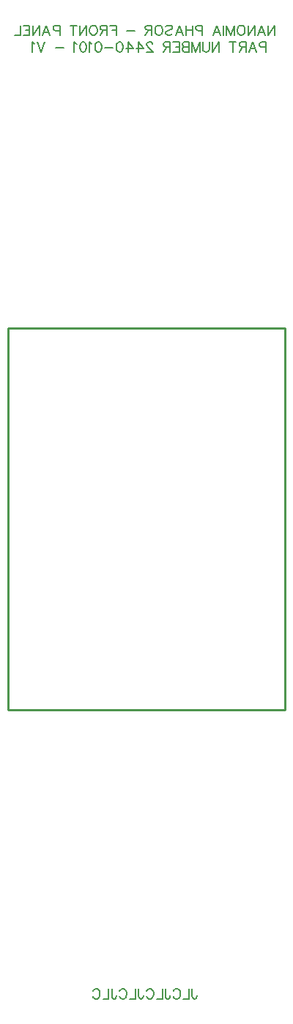
<source format=gbo>
G04 Layer: BottomSilkscreenLayer*
G04 EasyEDA v6.5.29, 2023-07-18 11:26:45*
G04 f5dd1875718348fc98e1e87d03b919b8,5a6b42c53f6a479593ecc07194224c93,10*
G04 Gerber Generator version 0.2*
G04 Scale: 100 percent, Rotated: No, Reflected: No *
G04 Dimensions in millimeters *
G04 leading zeros omitted , absolute positions ,4 integer and 5 decimal *
%FSLAX45Y45*%
%MOMM*%

%ADD10C,0.2032*%
%ADD11C,0.2540*%

%LPD*%
D10*
X2574290Y997457D02*
G01*
X2574290Y910081D01*
X2579877Y893826D01*
X2585211Y888237D01*
X2596134Y882904D01*
X2607056Y882904D01*
X2617977Y888237D01*
X2623565Y893826D01*
X2628900Y910081D01*
X2628900Y921004D01*
X2538475Y997457D02*
G01*
X2538475Y882904D01*
X2538475Y882904D02*
G01*
X2472943Y882904D01*
X2355088Y970026D02*
G01*
X2360422Y980947D01*
X2371343Y991870D01*
X2382265Y997457D01*
X2404109Y997457D01*
X2415031Y991870D01*
X2425954Y980947D01*
X2431541Y970026D01*
X2436875Y953770D01*
X2436875Y926592D01*
X2431541Y910081D01*
X2425954Y899160D01*
X2415031Y888237D01*
X2404109Y882904D01*
X2382265Y882904D01*
X2371343Y888237D01*
X2360422Y899160D01*
X2355088Y910081D01*
X2264663Y997457D02*
G01*
X2264663Y910081D01*
X2269997Y893826D01*
X2275331Y888237D01*
X2286254Y882904D01*
X2297175Y882904D01*
X2308097Y888237D01*
X2313686Y893826D01*
X2319020Y910081D01*
X2319020Y921004D01*
X2228595Y997457D02*
G01*
X2228595Y882904D01*
X2228595Y882904D02*
G01*
X2163063Y882904D01*
X2045208Y970026D02*
G01*
X2050795Y980947D01*
X2061718Y991870D01*
X2072640Y997457D01*
X2094229Y997457D01*
X2105152Y991870D01*
X2116074Y980947D01*
X2121661Y970026D01*
X2126995Y953770D01*
X2126995Y926592D01*
X2121661Y910081D01*
X2116074Y899160D01*
X2105152Y888237D01*
X2094229Y882904D01*
X2072640Y882904D01*
X2061718Y888237D01*
X2050795Y899160D01*
X2045208Y910081D01*
X1954784Y997457D02*
G01*
X1954784Y910081D01*
X1960118Y893826D01*
X1965706Y888237D01*
X1976627Y882904D01*
X1987550Y882904D01*
X1998472Y888237D01*
X2003806Y893826D01*
X2009140Y910081D01*
X2009140Y921004D01*
X1918715Y997457D02*
G01*
X1918715Y882904D01*
X1918715Y882904D02*
G01*
X1853184Y882904D01*
X1735327Y970026D02*
G01*
X1740915Y980947D01*
X1751838Y991870D01*
X1762759Y997457D01*
X1784604Y997457D01*
X1795525Y991870D01*
X1806447Y980947D01*
X1811781Y970026D01*
X1817370Y953770D01*
X1817370Y926592D01*
X1811781Y910081D01*
X1806447Y899160D01*
X1795525Y888237D01*
X1784604Y882904D01*
X1762759Y882904D01*
X1751838Y888237D01*
X1740915Y899160D01*
X1735327Y910081D01*
X1644904Y997457D02*
G01*
X1644904Y910081D01*
X1650238Y893826D01*
X1655825Y888237D01*
X1666747Y882904D01*
X1677670Y882904D01*
X1688591Y888237D01*
X1693925Y893826D01*
X1699513Y910081D01*
X1699513Y921004D01*
X1608836Y997457D02*
G01*
X1608836Y882904D01*
X1608836Y882904D02*
G01*
X1543558Y882904D01*
X1425702Y970026D02*
G01*
X1431036Y980947D01*
X1441958Y991870D01*
X1452879Y997457D01*
X1474724Y997457D01*
X1485645Y991870D01*
X1496568Y980947D01*
X1501902Y970026D01*
X1507490Y953770D01*
X1507490Y926592D01*
X1501902Y910081D01*
X1496568Y899160D01*
X1485645Y888237D01*
X1474724Y882904D01*
X1452879Y882904D01*
X1441958Y888237D01*
X1431036Y899160D01*
X1425702Y910081D01*
X3530600Y12109889D02*
G01*
X3530600Y11995345D01*
X3530600Y12109889D02*
G01*
X3454237Y11995345D01*
X3454237Y12109889D02*
G01*
X3454237Y11995345D01*
X3374600Y12109889D02*
G01*
X3418235Y11995345D01*
X3374600Y12109889D02*
G01*
X3330963Y11995345D01*
X3401872Y12033526D02*
G01*
X3347328Y12033526D01*
X3294964Y12109889D02*
G01*
X3294964Y11995345D01*
X3294964Y12109889D02*
G01*
X3218601Y11995345D01*
X3218601Y12109889D02*
G01*
X3218601Y11995345D01*
X3149874Y12109889D02*
G01*
X3160783Y12104436D01*
X3171690Y12093526D01*
X3177146Y12082617D01*
X3182599Y12066254D01*
X3182599Y12038982D01*
X3177146Y12022617D01*
X3171690Y12011708D01*
X3160783Y12000798D01*
X3149874Y11995345D01*
X3128055Y11995345D01*
X3117146Y12000798D01*
X3106237Y12011708D01*
X3100783Y12022617D01*
X3095327Y12038982D01*
X3095327Y12066254D01*
X3100783Y12082617D01*
X3106237Y12093526D01*
X3117146Y12104436D01*
X3128055Y12109889D01*
X3149874Y12109889D01*
X3059328Y12109889D02*
G01*
X3059328Y11995345D01*
X3059328Y12109889D02*
G01*
X3015691Y11995345D01*
X2972056Y12109889D02*
G01*
X3015691Y11995345D01*
X2972056Y12109889D02*
G01*
X2972056Y11995345D01*
X2936054Y12109889D02*
G01*
X2936054Y11995345D01*
X2856420Y12109889D02*
G01*
X2900055Y11995345D01*
X2856420Y12109889D02*
G01*
X2812783Y11995345D01*
X2883692Y12033526D02*
G01*
X2829145Y12033526D01*
X2692783Y12109889D02*
G01*
X2692783Y11995345D01*
X2692783Y12109889D02*
G01*
X2643692Y12109889D01*
X2627330Y12104436D01*
X2621874Y12098982D01*
X2616420Y12088073D01*
X2616420Y12071708D01*
X2621874Y12060798D01*
X2627330Y12055345D01*
X2643692Y12049889D01*
X2692783Y12049889D01*
X2580419Y12109889D02*
G01*
X2580419Y11995345D01*
X2504056Y12109889D02*
G01*
X2504056Y11995345D01*
X2580419Y12055345D02*
G01*
X2504056Y12055345D01*
X2424419Y12109889D02*
G01*
X2468057Y11995345D01*
X2424419Y12109889D02*
G01*
X2380785Y11995345D01*
X2451691Y12033526D02*
G01*
X2397147Y12033526D01*
X2268420Y12093526D02*
G01*
X2279329Y12104436D01*
X2295692Y12109889D01*
X2317511Y12109889D01*
X2333873Y12104436D01*
X2344783Y12093526D01*
X2344783Y12082617D01*
X2339329Y12071708D01*
X2333873Y12066254D01*
X2322967Y12060798D01*
X2290239Y12049889D01*
X2279329Y12044436D01*
X2273874Y12038982D01*
X2268420Y12028073D01*
X2268420Y12011708D01*
X2279329Y12000798D01*
X2295692Y11995345D01*
X2317511Y11995345D01*
X2333873Y12000798D01*
X2344783Y12011708D01*
X2199693Y12109889D02*
G01*
X2210602Y12104436D01*
X2221511Y12093526D01*
X2226965Y12082617D01*
X2232421Y12066254D01*
X2232421Y12038982D01*
X2226965Y12022617D01*
X2221511Y12011708D01*
X2210602Y12000798D01*
X2199693Y11995345D01*
X2177874Y11995345D01*
X2166965Y12000798D01*
X2156056Y12011708D01*
X2150602Y12022617D01*
X2145149Y12038982D01*
X2145149Y12066254D01*
X2150602Y12082617D01*
X2156056Y12093526D01*
X2166965Y12104436D01*
X2177874Y12109889D01*
X2199693Y12109889D01*
X2109147Y12109889D02*
G01*
X2109147Y11995345D01*
X2109147Y12109889D02*
G01*
X2060056Y12109889D01*
X2043694Y12104436D01*
X2038238Y12098982D01*
X2032784Y12088073D01*
X2032784Y12077164D01*
X2038238Y12066254D01*
X2043694Y12060798D01*
X2060056Y12055345D01*
X2109147Y12055345D01*
X2070966Y12055345D02*
G01*
X2032784Y11995345D01*
X1912785Y12044436D02*
G01*
X1814603Y12044436D01*
X1694604Y12109889D02*
G01*
X1694604Y11995345D01*
X1694604Y12109889D02*
G01*
X1623695Y12109889D01*
X1694604Y12055345D02*
G01*
X1650966Y12055345D01*
X1587695Y12109889D02*
G01*
X1587695Y11995345D01*
X1587695Y12109889D02*
G01*
X1538604Y12109889D01*
X1522239Y12104436D01*
X1516786Y12098982D01*
X1511330Y12088073D01*
X1511330Y12077164D01*
X1516786Y12066254D01*
X1522239Y12060798D01*
X1538604Y12055345D01*
X1587695Y12055345D01*
X1549514Y12055345D02*
G01*
X1511330Y11995345D01*
X1442603Y12109889D02*
G01*
X1453512Y12104436D01*
X1464421Y12093526D01*
X1469877Y12082617D01*
X1475331Y12066254D01*
X1475331Y12038982D01*
X1469877Y12022617D01*
X1464421Y12011708D01*
X1453512Y12000798D01*
X1442603Y11995345D01*
X1420787Y11995345D01*
X1409877Y12000798D01*
X1398968Y12011708D01*
X1393512Y12022617D01*
X1388059Y12038982D01*
X1388059Y12066254D01*
X1393512Y12082617D01*
X1398968Y12093526D01*
X1409877Y12104436D01*
X1420787Y12109889D01*
X1442603Y12109889D01*
X1352059Y12109889D02*
G01*
X1352059Y11995345D01*
X1352059Y12109889D02*
G01*
X1275694Y11995345D01*
X1275694Y12109889D02*
G01*
X1275694Y11995345D01*
X1201513Y12109889D02*
G01*
X1201513Y11995345D01*
X1239695Y12109889D02*
G01*
X1163332Y12109889D01*
X1043332Y12109889D02*
G01*
X1043332Y11995345D01*
X1043332Y12109889D02*
G01*
X994242Y12109889D01*
X977877Y12104436D01*
X972423Y12098982D01*
X966967Y12088073D01*
X966967Y12071708D01*
X972423Y12060798D01*
X977877Y12055345D01*
X994242Y12049889D01*
X1043332Y12049889D01*
X887333Y12109889D02*
G01*
X930968Y11995345D01*
X887333Y12109889D02*
G01*
X843696Y11995345D01*
X914605Y12033526D02*
G01*
X860059Y12033526D01*
X807697Y12109889D02*
G01*
X807697Y11995345D01*
X807697Y12109889D02*
G01*
X731332Y11995345D01*
X731332Y12109889D02*
G01*
X731332Y11995345D01*
X695332Y12109889D02*
G01*
X695332Y11995345D01*
X695332Y12109889D02*
G01*
X624423Y12109889D01*
X695332Y12055345D02*
G01*
X651695Y12055345D01*
X695332Y11995345D02*
G01*
X624423Y11995345D01*
X588424Y12109889D02*
G01*
X588424Y11995345D01*
X588424Y11995345D02*
G01*
X522970Y11995345D01*
X3429000Y11919389D02*
G01*
X3429000Y11804845D01*
X3429000Y11919389D02*
G01*
X3379909Y11919389D01*
X3363546Y11913936D01*
X3358090Y11908482D01*
X3352637Y11897573D01*
X3352637Y11881208D01*
X3358090Y11870298D01*
X3363546Y11864845D01*
X3379909Y11859389D01*
X3429000Y11859389D01*
X3273000Y11919389D02*
G01*
X3316635Y11804845D01*
X3273000Y11919389D02*
G01*
X3229363Y11804845D01*
X3300272Y11843026D02*
G01*
X3245728Y11843026D01*
X3193364Y11919389D02*
G01*
X3193364Y11804845D01*
X3193364Y11919389D02*
G01*
X3144273Y11919389D01*
X3127910Y11913936D01*
X3122455Y11908482D01*
X3117001Y11897573D01*
X3117001Y11886664D01*
X3122455Y11875754D01*
X3127910Y11870298D01*
X3144273Y11864845D01*
X3193364Y11864845D01*
X3155182Y11864845D02*
G01*
X3117001Y11804845D01*
X3042818Y11919389D02*
G01*
X3042818Y11804845D01*
X3080999Y11919389D02*
G01*
X3004637Y11919389D01*
X2884637Y11919389D02*
G01*
X2884637Y11804845D01*
X2884637Y11919389D02*
G01*
X2808274Y11804845D01*
X2808274Y11919389D02*
G01*
X2808274Y11804845D01*
X2772272Y11919389D02*
G01*
X2772272Y11837573D01*
X2766819Y11821208D01*
X2755910Y11810298D01*
X2739547Y11804845D01*
X2728638Y11804845D01*
X2712272Y11810298D01*
X2701366Y11821208D01*
X2695910Y11837573D01*
X2695910Y11919389D01*
X2659910Y11919389D02*
G01*
X2659910Y11804845D01*
X2659910Y11919389D02*
G01*
X2616273Y11804845D01*
X2572638Y11919389D02*
G01*
X2616273Y11804845D01*
X2572638Y11919389D02*
G01*
X2572638Y11804845D01*
X2536637Y11919389D02*
G01*
X2536637Y11804845D01*
X2536637Y11919389D02*
G01*
X2487546Y11919389D01*
X2471183Y11913936D01*
X2465730Y11908482D01*
X2460274Y11897573D01*
X2460274Y11886664D01*
X2465730Y11875754D01*
X2471183Y11870298D01*
X2487546Y11864845D01*
X2536637Y11864845D02*
G01*
X2487546Y11864845D01*
X2471183Y11859389D01*
X2465730Y11853936D01*
X2460274Y11843026D01*
X2460274Y11826664D01*
X2465730Y11815754D01*
X2471183Y11810298D01*
X2487546Y11804845D01*
X2536637Y11804845D01*
X2424275Y11919389D02*
G01*
X2424275Y11804845D01*
X2424275Y11919389D02*
G01*
X2353365Y11919389D01*
X2424275Y11864845D02*
G01*
X2380637Y11864845D01*
X2424275Y11804845D02*
G01*
X2353365Y11804845D01*
X2317366Y11919389D02*
G01*
X2317366Y11804845D01*
X2317366Y11919389D02*
G01*
X2268275Y11919389D01*
X2251910Y11913936D01*
X2246457Y11908482D01*
X2241001Y11897573D01*
X2241001Y11886664D01*
X2246457Y11875754D01*
X2251910Y11870298D01*
X2268275Y11864845D01*
X2317366Y11864845D01*
X2279185Y11864845D02*
G01*
X2241001Y11804845D01*
X2115548Y11892117D02*
G01*
X2115548Y11897573D01*
X2110092Y11908482D01*
X2104638Y11913936D01*
X2093729Y11919389D01*
X2071911Y11919389D01*
X2061001Y11913936D01*
X2055548Y11908482D01*
X2050092Y11897573D01*
X2050092Y11886664D01*
X2055548Y11875754D01*
X2066457Y11859389D01*
X2121001Y11804845D01*
X2044639Y11804845D01*
X1954093Y11919389D02*
G01*
X2008639Y11843026D01*
X1926821Y11843026D01*
X1954093Y11919389D02*
G01*
X1954093Y11804845D01*
X1836275Y11919389D02*
G01*
X1890821Y11843026D01*
X1809003Y11843026D01*
X1836275Y11919389D02*
G01*
X1836275Y11804845D01*
X1740275Y11919389D02*
G01*
X1756638Y11913936D01*
X1767547Y11897573D01*
X1773003Y11870298D01*
X1773003Y11853936D01*
X1767547Y11826664D01*
X1756638Y11810298D01*
X1740275Y11804845D01*
X1729366Y11804845D01*
X1713003Y11810298D01*
X1702094Y11826664D01*
X1696638Y11853936D01*
X1696638Y11870298D01*
X1702094Y11897573D01*
X1713003Y11913936D01*
X1729366Y11919389D01*
X1740275Y11919389D01*
X1660639Y11853936D02*
G01*
X1562458Y11853936D01*
X1493730Y11919389D02*
G01*
X1510093Y11913936D01*
X1521002Y11897573D01*
X1526458Y11870298D01*
X1526458Y11853936D01*
X1521002Y11826664D01*
X1510093Y11810298D01*
X1493730Y11804845D01*
X1482821Y11804845D01*
X1466458Y11810298D01*
X1455549Y11826664D01*
X1450093Y11853936D01*
X1450093Y11870298D01*
X1455549Y11897573D01*
X1466458Y11913936D01*
X1482821Y11919389D01*
X1493730Y11919389D01*
X1414094Y11897573D02*
G01*
X1403184Y11903026D01*
X1386822Y11919389D01*
X1386822Y11804845D01*
X1318094Y11919389D02*
G01*
X1334457Y11913936D01*
X1345366Y11897573D01*
X1350822Y11870298D01*
X1350822Y11853936D01*
X1345366Y11826664D01*
X1334457Y11810298D01*
X1318094Y11804845D01*
X1307185Y11804845D01*
X1290822Y11810298D01*
X1279913Y11826664D01*
X1274457Y11853936D01*
X1274457Y11870298D01*
X1279913Y11897573D01*
X1290822Y11913936D01*
X1307185Y11919389D01*
X1318094Y11919389D01*
X1238458Y11897573D02*
G01*
X1227548Y11903026D01*
X1211186Y11919389D01*
X1211186Y11804845D01*
X1091186Y11853936D02*
G01*
X993005Y11853936D01*
X873005Y11919389D02*
G01*
X829368Y11804845D01*
X785733Y11919389D02*
G01*
X829368Y11804845D01*
X749731Y11897573D02*
G01*
X738822Y11903026D01*
X722459Y11919389D01*
X722459Y11804845D01*
D11*
X446023Y8619109D02*
G01*
X3646017Y8619109D01*
X3646017Y4219117D01*
X446023Y4219117D01*
X446023Y8619109D01*
M02*

</source>
